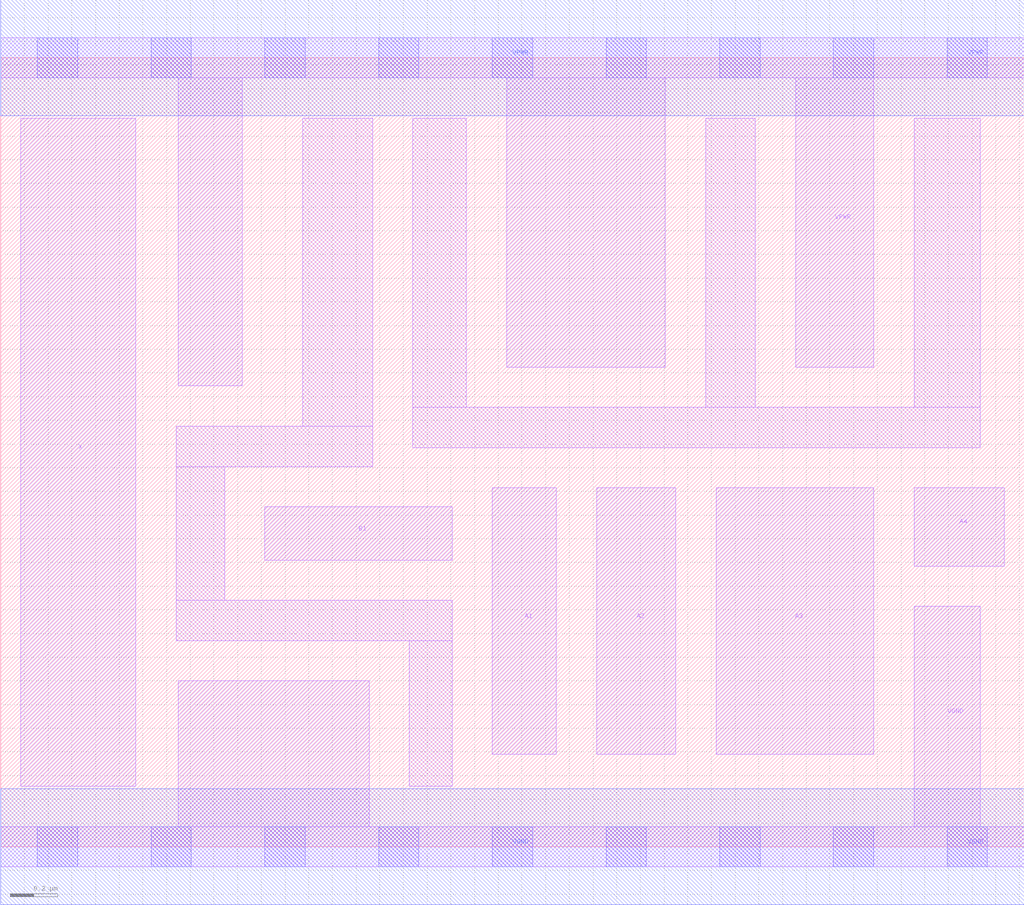
<source format=lef>
# Copyright 2020 The SkyWater PDK Authors
#
# Licensed under the Apache License, Version 2.0 (the "License");
# you may not use this file except in compliance with the License.
# You may obtain a copy of the License at
#
#     https://www.apache.org/licenses/LICENSE-2.0
#
# Unless required by applicable law or agreed to in writing, software
# distributed under the License is distributed on an "AS IS" BASIS,
# WITHOUT WARRANTIES OR CONDITIONS OF ANY KIND, either express or implied.
# See the License for the specific language governing permissions and
# limitations under the License.
#
# SPDX-License-Identifier: Apache-2.0

VERSION 5.7 ;
  NAMESCASESENSITIVE ON ;
  NOWIREEXTENSIONATPIN ON ;
  DIVIDERCHAR "/" ;
  BUSBITCHARS "[]" ;
UNITS
  DATABASE MICRONS 200 ;
END UNITS
MACRO sky130_fd_sc_lp__a41o_1
  CLASS CORE ;
  SOURCE USER ;
  FOREIGN sky130_fd_sc_lp__a41o_1 ;
  ORIGIN  0.000000  0.000000 ;
  SIZE  4.320000 BY  3.330000 ;
  SYMMETRY X Y R90 ;
  SITE unit ;
  PIN A1
    ANTENNAGATEAREA  0.315000 ;
    DIRECTION INPUT ;
    USE SIGNAL ;
    PORT
      LAYER li1 ;
        RECT 2.075000 0.390000 2.345000 1.515000 ;
    END
  END A1
  PIN A2
    ANTENNAGATEAREA  0.315000 ;
    DIRECTION INPUT ;
    USE SIGNAL ;
    PORT
      LAYER li1 ;
        RECT 2.515000 0.390000 2.850000 1.515000 ;
    END
  END A2
  PIN A3
    ANTENNAGATEAREA  0.315000 ;
    DIRECTION INPUT ;
    USE SIGNAL ;
    PORT
      LAYER li1 ;
        RECT 3.020000 0.390000 3.685000 1.515000 ;
    END
  END A3
  PIN A4
    ANTENNAGATEAREA  0.315000 ;
    DIRECTION INPUT ;
    USE SIGNAL ;
    PORT
      LAYER li1 ;
        RECT 3.855000 1.185000 4.235000 1.515000 ;
    END
  END A4
  PIN B1
    ANTENNAGATEAREA  0.315000 ;
    DIRECTION INPUT ;
    USE SIGNAL ;
    PORT
      LAYER li1 ;
        RECT 1.115000 1.210000 1.905000 1.435000 ;
    END
  END B1
  PIN X
    ANTENNADIFFAREA  0.556500 ;
    DIRECTION OUTPUT ;
    USE SIGNAL ;
    PORT
      LAYER li1 ;
        RECT 0.085000 0.255000 0.570000 3.075000 ;
    END
  END X
  PIN VGND
    DIRECTION INOUT ;
    USE GROUND ;
    PORT
      LAYER li1 ;
        RECT 0.000000 -0.085000 4.320000 0.085000 ;
        RECT 0.750000  0.085000 1.555000 0.700000 ;
        RECT 3.855000  0.085000 4.135000 1.015000 ;
      LAYER mcon ;
        RECT 0.155000 -0.085000 0.325000 0.085000 ;
        RECT 0.635000 -0.085000 0.805000 0.085000 ;
        RECT 1.115000 -0.085000 1.285000 0.085000 ;
        RECT 1.595000 -0.085000 1.765000 0.085000 ;
        RECT 2.075000 -0.085000 2.245000 0.085000 ;
        RECT 2.555000 -0.085000 2.725000 0.085000 ;
        RECT 3.035000 -0.085000 3.205000 0.085000 ;
        RECT 3.515000 -0.085000 3.685000 0.085000 ;
        RECT 3.995000 -0.085000 4.165000 0.085000 ;
      LAYER met1 ;
        RECT 0.000000 -0.245000 4.320000 0.245000 ;
    END
  END VGND
  PIN VPWR
    DIRECTION INOUT ;
    USE POWER ;
    PORT
      LAYER li1 ;
        RECT 0.000000 3.245000 4.320000 3.415000 ;
        RECT 0.750000 1.945000 1.020000 3.245000 ;
        RECT 2.135000 2.025000 2.805000 3.245000 ;
        RECT 3.355000 2.025000 3.685000 3.245000 ;
      LAYER mcon ;
        RECT 0.155000 3.245000 0.325000 3.415000 ;
        RECT 0.635000 3.245000 0.805000 3.415000 ;
        RECT 1.115000 3.245000 1.285000 3.415000 ;
        RECT 1.595000 3.245000 1.765000 3.415000 ;
        RECT 2.075000 3.245000 2.245000 3.415000 ;
        RECT 2.555000 3.245000 2.725000 3.415000 ;
        RECT 3.035000 3.245000 3.205000 3.415000 ;
        RECT 3.515000 3.245000 3.685000 3.415000 ;
        RECT 3.995000 3.245000 4.165000 3.415000 ;
      LAYER met1 ;
        RECT 0.000000 3.085000 4.320000 3.575000 ;
    END
  END VPWR
  OBS
    LAYER li1 ;
      RECT 0.740000 0.870000 1.905000 1.040000 ;
      RECT 0.740000 1.040000 0.945000 1.605000 ;
      RECT 0.740000 1.605000 1.570000 1.775000 ;
      RECT 1.275000 1.775000 1.570000 3.075000 ;
      RECT 1.725000 0.255000 1.905000 0.870000 ;
      RECT 1.740000 1.685000 4.135000 1.855000 ;
      RECT 1.740000 1.855000 1.965000 3.075000 ;
      RECT 2.975000 1.855000 3.185000 3.075000 ;
      RECT 3.855000 1.855000 4.135000 3.075000 ;
  END
END sky130_fd_sc_lp__a41o_1

</source>
